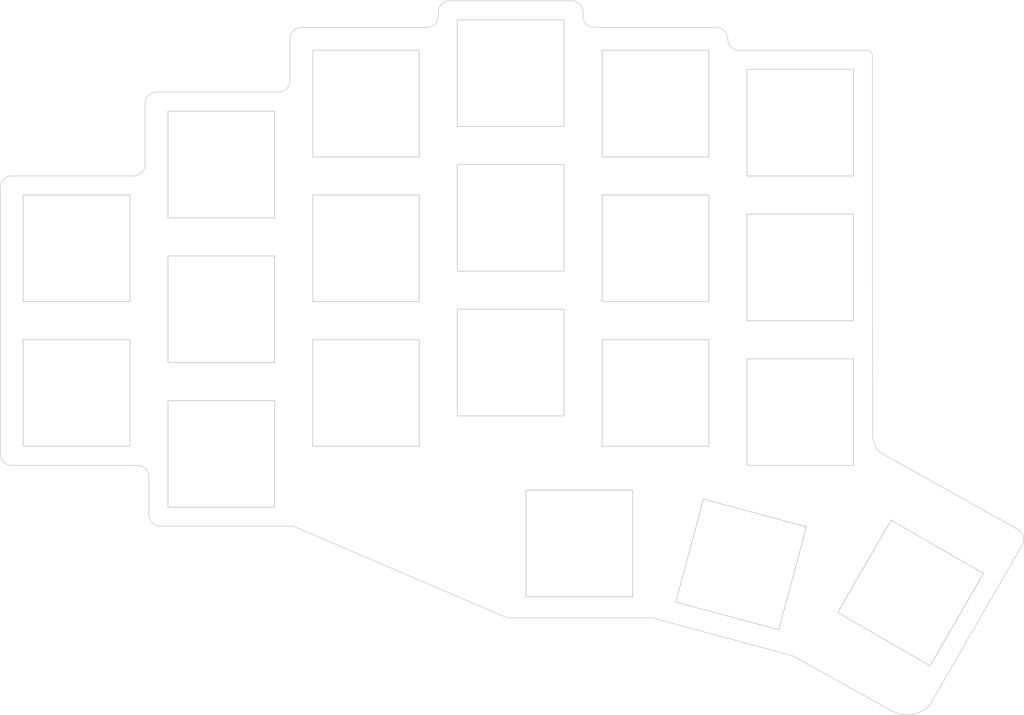
<source format=kicad_pcb>
(kicad_pcb (version 20211014) (generator pcbnew)
  (layers (0 "F.Cu" signal) (31 "B.Cu" signal) (34 "B.Paste" user) (35 "F.Paste" user) (36 "B.SilkS" user "B.Silkscreen") (37 "F.SilkS" user "F.Silkscreen") (38 "B.Mask" user) (39 "F.Mask" user) (44 "Edge.Cuts" user))
  (net 0 "")
  (footprint "kbd:SW_Hole" (layer "F.Cu") (at 135.5 99)
    (fp_text reference "SW13" hide)
    (fp_text value "SW_PUSH" hide)
    (fp_line (start -7 -7) (end -7 7) (layer "Edge.Cuts") (width 0.12))
    (fp_line (start -7 7) (end 7 7) (layer "Edge.Cuts") (width 0.12))
    (fp_line (start 7 7) (end 7 -7) (layer "Edge.Cuts") (width 0.12))
    (fp_line (start 7 -7) (end -7 -7) (layer "Edge.Cuts") (width 0.12))
  )
  (footprint "kbd:SW_Hole" (layer "F.Cu") (at 173.5 86.5)
    (fp_text reference "SW10" hide)
    (fp_text value "SW_PUSH" hide)
    (fp_line (start -7 -7) (end -7 7) (layer "Edge.Cuts") (width 0.12))
    (fp_line (start 7 -7) (end -7 -7) (layer "Edge.Cuts") (width 0.12))
    (fp_line (start 7 7) (end 7 -7) (layer "Edge.Cuts") (width 0.12))
    (fp_line (start -7 7) (end 7 7) (layer "Edge.Cuts") (width 0.12))
  )
  (footprint "kbd:SW_Hole" (layer "F.Cu") (at 97.5 111)
    (fp_text reference "SW11" hide)
    (fp_text value "SW_PUSH" hide)
    (fp_line (start -7 7) (end 7 7) (layer "Edge.Cuts") (width 0.12))
    (fp_line (start 7 7) (end 7 -7) (layer "Edge.Cuts") (width 0.12))
    (fp_line (start -7 -7) (end -7 7) (layer "Edge.Cuts") (width 0.12))
    (fp_line (start 7 -7) (end -7 -7) (layer "Edge.Cuts") (width 0.12))
  )
  (footprint "kbd:SW_Hole" (layer "F.Cu") (at 173.5 67.5)
    (fp_text reference "SW5" hide)
    (fp_text value "SW_PUSH" hide)
    (fp_line (start -7 7) (end 7 7) (layer "Edge.Cuts") (width 0.12))
    (fp_line (start 7 7) (end 7 -7) (layer "Edge.Cuts") (width 0.12))
    (fp_line (start 7 -7) (end -7 -7) (layer "Edge.Cuts") (width 0.12))
    (fp_line (start -7 -7) (end -7 7) (layer "Edge.Cuts") (width 0.12))
  )
  (footprint "kbd:SW_Hole" (layer "F.Cu") (at 116.5 103)
    (fp_text reference "SW12" hide)
    (fp_text value "SW_PUSH" hide)
    (fp_line (start -7 7) (end 7 7) (layer "Edge.Cuts") (width 0.12))
    (fp_line (start 7 7) (end 7 -7) (layer "Edge.Cuts") (width 0.12))
    (fp_line (start -7 -7) (end -7 7) (layer "Edge.Cuts") (width 0.12))
    (fp_line (start 7 -7) (end -7 -7) (layer "Edge.Cuts") (width 0.12))
  )
  (footprint "kbd:SW_Hole" (layer "F.Cu") (at 173.5 105.5)
    (fp_text reference "SW15" hide)
    (fp_text value "SW_PUSH" hide)
    (fp_line (start 7 -7) (end -7 -7) (layer "Edge.Cuts") (width 0.12))
    (fp_line (start -7 7) (end 7 7) (layer "Edge.Cuts") (width 0.12))
    (fp_line (start -7 -7) (end -7 7) (layer "Edge.Cuts") (width 0.12))
    (fp_line (start 7 7) (end 7 -7) (layer "Edge.Cuts") (width 0.12))
  )
  (footprint "kbd:thread_m2" (layer "F.Cu") (at 178.5 123)
    (fp_text reference "H2" hide)
    (fp_text value "MountingHole" hide)
    (pad "" np_thru_hole circle locked (at 0 0) (size 2.3 2.3) (drill 2.3) (layers *.Cu *.Mask))
  )
  (footprint "kbd:SW_Hole" (layer "F.Cu") (at 116.5 65)
    (fp_text reference "SW2" hide)
    (fp_text value "SW_PUSH" hide)
    (fp_line (start 7 7) (end 7 -7) (layer "Edge.Cuts") (width 0.12))
    (fp_line (start -7 7) (end 7 7) (layer "Edge.Cuts") (width 0.12))
    (fp_line (start -7 -7) (end -7 7) (layer "Edge.Cuts") (width 0.12))
    (fp_line (start 7 -7) (end -7 -7) (layer "Edge.Cuts") (width 0.12))
  )
  (footprint "kbd:thread_m2" (layer "F.Cu") (at 87.5 93.5)
    (fp_text reference "H3" hide)
    (fp_text value "MountingHole" hide)
    (pad "" np_thru_hole circle locked (at 0 0) (size 2.3 2.3) (drill 2.3) (layers *.Cu *.Mask))
  )
  (footprint "kbd:SW_Hole" (layer "F.Cu") (at 154.5 103)
    (fp_text reference "SW14" hide)
    (fp_text value "SW_PUSH" hide)
    (fp_line (start 7 -7) (end -7 -7) (layer "Edge.Cuts") (width 0.12))
    (fp_line (start -7 7) (end 7 7) (layer "Edge.Cuts") (width 0.12))
    (fp_line (start -7 -7) (end -7 7) (layer "Edge.Cuts") (width 0.12))
    (fp_line (start 7 7) (end 7 -7) (layer "Edge.Cuts") (width 0.12))
  )
  (footprint "kbd:SW_Hole" (layer "F.Cu") (at 165.75 125.5 -15)
    (fp_text reference "SW19" hide)
    (fp_text value "SW_PUSH" hide)
    (fp_line (start 7 -7) (end -7 -7) (layer "Edge.Cuts") (width 0.12))
    (fp_line (start -7 -7) (end -7 7) (layer "Edge.Cuts") (width 0.12))
    (fp_line (start -7 7) (end 7 7) (layer "Edge.Cuts") (width 0.12))
    (fp_line (start 7 7) (end 7 -7) (layer "Edge.Cuts") (width 0.12))
  )
  (footprint "kbd:SW_Hole" (layer "F.Cu") (at 154.5 65)
    (fp_text reference "SW4" hide)
    (fp_text value "SW_PUSH" hide)
    (fp_line (start -7 7) (end 7 7) (layer "Edge.Cuts") (width 0.12))
    (fp_line (start -7 -7) (end -7 7) (layer "Edge.Cuts") (width 0.12))
    (fp_line (start 7 -7) (end -7 -7) (layer "Edge.Cuts") (width 0.12))
    (fp_line (start 7 7) (end 7 -7) (layer "Edge.Cuts") (width 0.12))
  )
  (footprint "kbd:SW_Hole" (layer "F.Cu") (at 78.5 84)
    (fp_text reference "SW16" hide)
    (fp_text value "SW_PUSH" hide)
    (fp_line (start 7 7) (end 7 -7) (layer "Edge.Cuts") (width 0.12))
    (fp_line (start 7 -7) (end -7 -7) (layer "Edge.Cuts") (width 0.12))
    (fp_line (start -7 -7) (end -7 7) (layer "Edge.Cuts") (width 0.12))
    (fp_line (start -7 7) (end 7 7) (layer "Edge.Cuts") (width 0.12))
  )
  (footprint "kbd:SW_Hole" (layer "F.Cu") (at 188 129.25 60)
    (fp_text reference "SW20" hide)
    (fp_text value "SW_PUSH" hide)
    (fp_line (start 7 7) (end 7 -7) (layer "Edge.Cuts") (width 0.12))
    (fp_line (start -7 -7) (end -7 7) (layer "Edge.Cuts") (width 0.12))
    (fp_line (start 7 -7) (end -7 -7) (layer "Edge.Cuts") (width 0.12))
    (fp_line (start -7 7) (end 7 7) (layer "Edge.Cuts") (width 0.12))
  )
  (footprint "kbd:thread_m2" (layer "F.Cu") (at 165 77)
    (fp_text reference "H5" hide)
    (fp_text value "MountingHole" hide)
    (pad "" np_thru_hole circle locked (at 0 0) (size 2.3 2.3) (drill 2.3) (layers *.Cu *.Mask))
  )
  (footprint "kbd:SW_Hole" (layer "F.Cu") (at 97.5 73)
    (fp_text reference "SW1" hide)
    (fp_text value "SW_PUSH" hide)
    (fp_line (start -7 -7) (end -7 7) (layer "Edge.Cuts") (width 0.12))
    (fp_line (start -7 7) (end 7 7) (layer "Edge.Cuts") (width 0.12))
    (fp_line (start 7 -7) (end -7 -7) (layer "Edge.Cuts") (width 0.12))
    (fp_line (start 7 7) (end 7 -7) (layer "Edge.Cuts") (width 0.12))
  )
  (footprint "kbd:SW_Hole" (layer "F.Cu") (at 135.5 61)
    (fp_text reference "SW3" hide)
    (fp_text value "SW_PUSH" hide)
    (fp_line (start -7 -7) (end -7 7) (layer "Edge.Cuts") (width 0.12))
    (fp_line (start -7 7) (end 7 7) (layer "Edge.Cuts") (width 0.12))
    (fp_line (start 7 7) (end 7 -7) (layer "Edge.Cuts") (width 0.12))
    (fp_line (start 7 -7) (end -7 -7) (layer "Edge.Cuts") (width 0.12))
  )
  (footprint "kbd:SW_Hole" (layer "F.Cu") (at 135.5 80)
    (fp_text reference "SW8" hide)
    (fp_text value "SW_PUSH" hide)
    (fp_line (start 7 -7) (end -7 -7) (layer "Edge.Cuts") (width 0.12))
    (fp_line (start -7 7) (end 7 7) (layer "Edge.Cuts") (width 0.12))
    (fp_line (start -7 -7) (end -7 7) (layer "Edge.Cuts") (width 0.12))
    (fp_line (start 7 7) (end 7 -7) (layer "Edge.Cuts") (width 0.12))
  )
  (footprint "kbd:thread_m2" (layer "F.Cu") (at 107.5 74.5)
    (fp_text reference "H1" hide)
    (fp_text value "MountingHole" hide)
    (pad "" np_thru_hole circle locked (at 0 0) (size 2.3 2.3) (drill 2.3) (layers *.Cu *.Mask))
  )
  (footprint "kbd:SW_Hole" (layer "F.Cu") (at 116.5 84)
    (fp_text reference "SW7" hide)
    (fp_text value "SW_PUSH" hide)
    (fp_line (start 7 -7) (end -7 -7) (layer "Edge.Cuts") (width 0.12))
    (fp_line (start 7 7) (end 7 -7) (layer "Edge.Cuts") (width 0.12))
    (fp_line (start -7 -7) (end -7 7) (layer "Edge.Cuts") (width 0.12))
    (fp_line (start -7 7) (end 7 7) (layer "Edge.Cuts") (width 0.12))
  )
  (footprint "kbd:SW_Hole" (layer "F.Cu") (at 78.5 103)
    (fp_text reference "SW17" hide)
    (fp_text value "SW_PUSH" hide)
    (fp_line (start 7 -7) (end -7 -7) (layer "Edge.Cuts") (width 0.12))
    (fp_line (start -7 7) (end 7 7) (layer "Edge.Cuts") (width 0.12))
    (fp_line (start 7 7) (end 7 -7) (layer "Edge.Cuts") (width 0.12))
    (fp_line (start -7 -7) (end -7 7) (layer "Edge.Cuts") (width 0.12))
  )
  (footprint "kbd:SW_Hole" (layer "F.Cu") (at 144.5 122.75)
    (fp_text reference "SW18" hide)
    (fp_text value "SW_PUSH" hide)
    (fp_line (start 7 7) (end 7 -7) (layer "Edge.Cuts") (width 0.12))
    (fp_line (start -7 -7) (end -7 7) (layer "Edge.Cuts") (width 0.12))
    (fp_line (start -7 7) (end 7 7) (layer "Edge.Cuts") (width 0.12))
    (fp_line (start 7 -7) (end -7 -7) (layer "Edge.Cuts") (width 0.12))
  )
  (footprint "kbd:SW_Hole" (layer "F.Cu") (at 154.5 84)
    (fp_text reference "SW9" hide)
    (fp_text value "SW_PUSH" hide)
    (fp_line (start 7 7) (end 7 -7) (layer "Edge.Cuts") (width 0.12))
    (fp_line (start 7 -7) (end -7 -7) (layer "Edge.Cuts") (width 0.12))
    (fp_line (start -7 7) (end 7 7) (layer "Edge.Cuts") (width 0.12))
    (fp_line (start -7 -7) (end -7 7) (layer "Edge.Cuts") (width 0.12))
  )
  (footprint "kbd:SW_Hole" (layer "F.Cu") (at 97.5 92)
    (fp_text reference "SW6" hide)
    (fp_text value "SW_PUSH" hide)
    (fp_line (start -7 -7) (end -7 7) (layer "Edge.Cuts") (width 0.12))
    (fp_line (start 7 -7) (end -7 -7) (layer "Edge.Cuts") (width 0.12))
    (fp_line (start 7 7) (end 7 -7) (layer "Edge.Cuts") (width 0.12))
    (fp_line (start -7 7) (end 7 7) (layer "Edge.Cuts") (width 0.12))
  )
  (footprint "kbd:thread_m2" (layer "F.Cu") (at 127 109)
    (fp_text reference "H4" hide)
    (fp_text value "MountingHole" hide)
    (pad "" np_thru_hole circle locked (at 0 0) (size 2.3 2.3) (drill 2.3) (layers *.Cu *.Mask))
  )
  (gr_line (start 126 53) (end 126 53.5) (layer "Edge.Cuts") (width 0.1))
  (gr_line (start 145 53.5) (end 145 53) (layer "Edge.Cuts") (width 0.1))
  (gr_line (start 190.5 144) (end 202.75 122.79139) (layer "Edge.Cuts") (width 0.1))
  (gr_line (start 89.5 120.5) (end 107 120.5) (layer "Edge.Cuts") (width 0.1))
  (gr_arc (start 86.5 112.5) (mid 87.56066 112.93934) (end 88 114) (layer "Edge.Cuts") (width 0.1))
  (gr_line (start 87.5 65) (end 87.5 73) (layer "Edge.Cuts") (width 0.1))
  (gr_arc (start 87.5 65) (mid 87.93934 63.93934) (end 89 63.5) (layer "Edge.Cuts") (width 0.1))
  (gr_arc (start 184.000001 110.799999) (mid 183.280955 109.802824) (end 183.026787 108.6) (layer "Edge.Cuts") (width 0.1))
  (gr_line (start 143.5 51.5) (end 127.5 51.5) (layer "Edge.Cuts") (width 0.1))
  (gr_arc (start 202.25 121) (mid 202.789278 121.814954) (end 202.75 122.79139) (layer "Edge.Cuts") (width 0.1))
  (gr_arc (start 106.5 62) (mid 106.06066 63.06066) (end 105 63.5) (layer "Edge.Cuts") (width 0.1))
  (gr_line (start 107 120.5) (end 135 132.5) (layer "Edge.Cuts") (width 0.1))
  (gr_arc (start 68.5 76) (mid 68.93934 74.93934) (end 70 74.5) (layer "Edge.Cuts") (width 0.1))
  (gr_line (start 108.5 55) (end 108 55) (layer "Edge.Cuts") (width 0.1))
  (gr_line (start 183 89.45) (end 183.026787 108.6) (layer "Edge.Cuts") (width 0.1))
  (gr_arc (start 89.5 120.5) (mid 88.43934 120.06066) (end 88 119) (layer "Edge.Cuts") (width 0.1))
  (gr_arc (start 165.5 58) (mid 164.43934 57.56066) (end 164 56.5) (layer "Edge.Cuts") (width 0.1))
  (gr_arc (start 70 112.5) (mid 68.93934 112.06066) (end 68.5 111) (layer "Edge.Cuts") (width 0.1))
  (gr_line (start 105 63.5) (end 89 63.5) (layer "Edge.Cuts") (width 0.1))
  (gr_line (start 88 114) (end 88 119) (layer "Edge.Cuts") (width 0.1))
  (gr_line (start 106.5 56.5) (end 106.5 62) (layer "Edge.Cuts") (width 0.1))
  (gr_arc (start 190.5 144) (mid 187.849935 145.228185) (end 185.034016 144.452378) (layer "Edge.Cuts") (width 0.1))
  (gr_line (start 124.5 55) (end 108.5 55) (layer "Edge.Cuts") (width 0.1))
  (gr_arc (start 143.5 51.5) (mid 144.56066 51.93934) (end 145 53) (layer "Edge.Cuts") (width 0.1))
  (gr_line (start 182.25 58) (end 165.5 58) (layer "Edge.Cuts") (width 0.1))
  (gr_line (start 184.000001 110.799999) (end 202.25 121) (layer "Edge.Cuts") (width 0.1))
  (gr_line (start 154 132.5) (end 135 132.5) (layer "Edge.Cuts") (width 0.1))
  (gr_line (start 86 74.5) (end 70 74.5) (layer "Edge.Cuts") (width 0.1))
  (gr_arc (start 87.5 73) (mid 87.06066 74.06066) (end 86 74.5) (layer "Edge.Cuts") (width 0.1))
  (gr_arc (start 146.5 55) (mid 145.43934 54.56066) (end 145 53.5) (layer "Edge.Cuts") (width 0.1))
  (gr_arc (start 126 53.5) (mid 125.56066 54.56066) (end 124.5 55) (layer "Edge.Cuts") (width 0.1))
  (gr_arc (start 126 53) (mid 126.43934 51.93934) (end 127.5 51.5) (layer "Edge.Cuts") (width 0.1))
  (gr_line (start 70 112.5) (end 86.5 112.5) (layer "Edge.Cuts") (width 0.1))
  (gr_line (start 183 89.45) (end 183 58.75) (layer "Edge.Cuts") (width 0.1))
  (gr_arc (start 182.25 58) (mid 182.78033 58.21967) (end 183 58.75) (layer "Edge.Cuts") (width 0.1))
  (gr_arc (start 162.5 55) (mid 163.56066 55.43934) (end 164 56.5) (layer "Edge.Cuts") (width 0.1))
  (gr_line (start 185.034016 144.452378) (end 172.5 137.5) (layer "Edge.Cuts") (width 0.1))
  (gr_line (start 162.5 55) (end 146.5 55) (layer "Edge.Cuts") (width 0.1))
  (gr_arc (start 106.5 56.5) (mid 106.93934 55.43934) (end 108 55) (layer "Edge.Cuts") (width 0.1))
  (gr_line (start 68.5 76) (end 68.5 111) (layer "Edge.Cuts") (width 0.1))
  (gr_line (start 154 132.5) (end 172.5 137.5) (layer "Edge.Cuts") (width 0.1))
)
</source>
